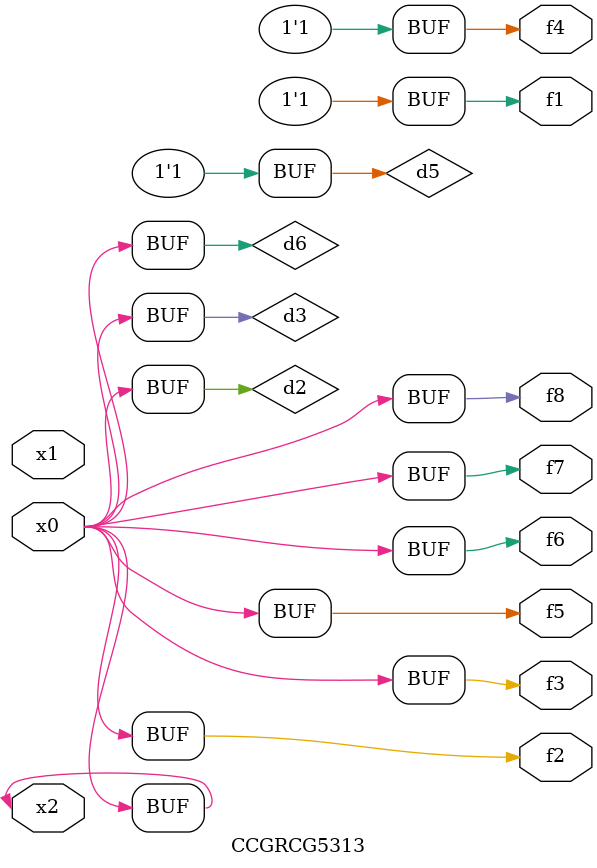
<source format=v>
module CCGRCG5313(
	input x0, x1, x2,
	output f1, f2, f3, f4, f5, f6, f7, f8
);

	wire d1, d2, d3, d4, d5, d6;

	xnor (d1, x2);
	buf (d2, x0, x2);
	and (d3, x0);
	xnor (d4, x1, x2);
	nand (d5, d1, d3);
	buf (d6, d2, d3);
	assign f1 = d5;
	assign f2 = d6;
	assign f3 = d6;
	assign f4 = d5;
	assign f5 = d6;
	assign f6 = d6;
	assign f7 = d6;
	assign f8 = d6;
endmodule

</source>
